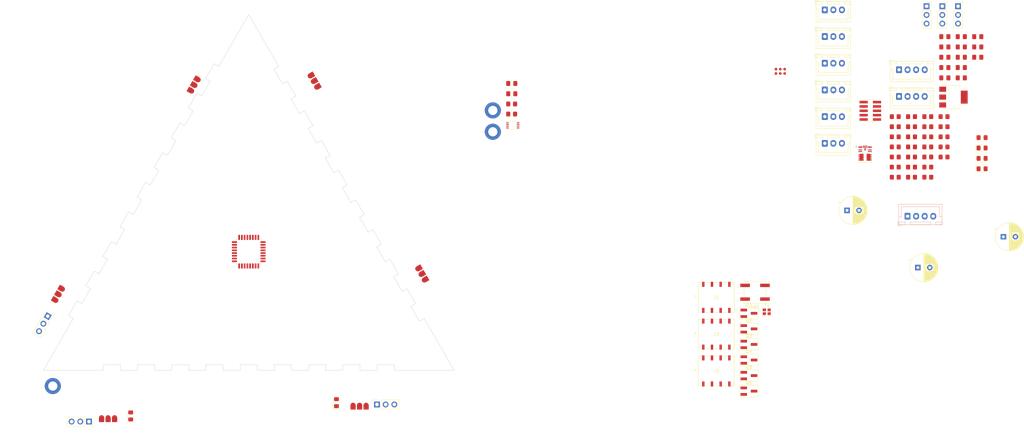
<source format=kicad_pcb>
(kicad_pcb (version 20221018) (generator pcbnew)
  (layers (0 "F.Cu" signal) (31 "B.Cu" signal) (34 "B.Paste" user) (35 "F.Paste" user) (36 "B.SilkS" user "B.Silkscreen") (37 "F.SilkS" user "F.Silkscreen") (38 "B.Mask" user) (39 "F.Mask" user) (44 "Edge.Cuts" user))
  (net 0 "")
  (net 1 "VDD")
  (net 2 "GND")
  (net 3 "+5V")
  (net 4 "Net-(U1-RT)")
  (net 5 "+3V3")
  (net 6 "/OSC_IN")
  (net 7 "/NRST")
  (net 8 "Net-(C16-Pad2)")
  (net 9 "Net-(D1-K)")
  (net 10 "Net-(D1-A)")
  (net 11 "Net-(D2-K)")
  (net 12 "Net-(D2-A)")
  (net 13 "Net-(D3-K)")
  (net 14 "Net-(D3-A)")
  (net 15 "Net-(D4-K)")
  (net 16 "Net-(D4-A)")
  (net 17 "Net-(D5-K)")
  (net 18 "Net-(D5-A)")
  (net 19 "Net-(D6-K)")
  (net 20 "Net-(D6-A)")
  (net 21 "/UART_1_TX")
  (net 22 "/UART_1_RX")
  (net 23 "/UART_2_TX")
  (net 24 "/UART_2_RX")
  (net 25 "/SWDIO")
  (net 26 "/SWDCLK")
  (net 30 "/UART_3_TX")
  (net 31 "/UART_3_RX")
  (net 32 "Net-(J14-Pin_2)")
  (net 33 "Net-(J10-Pin_2)")
  (net 34 "Net-(J11-Pin_2)")
  (net 35 "Net-(J13-Pin_2)")
  (net 37 "Net-(U1-FB)")
  (net 38 "Net-(Q1-G)")
  (net 39 "Net-(Q2-G)")
  (net 40 "Net-(Q3-G)")
  (net 41 "Net-(Q4-G)")
  (net 42 "/OSC_OUT")
  (net 43 "Net-(U4-B1)")
  (net 44 "Net-(Q5-G)")
  (net 45 "Net-(Q6-G)")
  (net 46 "/LED_RET")
  (net 47 "Net-(Q7-G)")
  (net 48 "/LED_SIG")
  (net 50 "Net-(U1-SW-Pad5)")
  (net 69 "Net-(U4-B2)")
  (footprint "Connector_JST:JST_XH_B3B-XH-A_1x03_P2.50mm_Vertical" (layer "F.Cu") (at 243.31 14.7)
    (fp_text reference "J14" hide)
    (fp_text value "Conn_01x03_Female")
    (pad "1" thru_hole roundrect (at 0 0) (size 1.7 1.95) (drill 0.95) (layers "*.Cu" "*.Mask") (roundrect_rratio 0.147059) (net 3 "+5V"))
    (pad "2" thru_hole oval (at 2.5 0) (size 1.7 1.95) (drill 0.95) (layers "*.Cu" "*.Mask") (net 32 "Net-(J14-Pin_2)"))
    (pad "3" thru_hole oval (at 5 0) (size 1.7 1.95) (drill 0.95) (layers "*.Cu" "*.Mask") (net 2 "GND"))
  )
  (footprint "Connector:QFN_4-M0G" (layer "F.Cu") (at 211.6151 98.707)
    (fp_text reference "J1" (at 0 0 unlocked) (layer "F.SilkS"))
    (fp_text value "Conn_Ext_0")
    (fp_text user "*" (at -6.0404 0 unlocked) (layer "F.SilkS"))
    (fp_text user "*" (at -6.0404 0) (layer "F.SilkS"))
    (pad "1" smd rect (at -3.81 -3.8076) (size 0.712 1.468399) (layers "F.Cu" "F.Paste" "F.Mask") (net 1 "VDD"))
    (pad "2" smd rect (at -1.27 -3.8076) (size 0.712 1.468399) (layers "F.Cu" "F.Paste" "F.Mask") (net 21 "/UART_1_TX"))
    (pad "3" smd rect (at 1.27 -3.8076) (size 0.712 1.468399) (layers "F.Cu" "F.Paste" "F.Mask") (net 22 "/UART_1_RX"))
    (pad "4" smd rect (at 3.81 -3.8076) (size 0.712 1.468399) (layers "F.Cu" "F.Paste" "F.Mask") (net 2 "GND"))
    (pad "5" smd rect (at 3.81 3.8076) (size 0.712 1.468399) (layers "F.Cu" "F.Paste" "F.Mask"))
    (pad "6" smd rect (at 1.27 3.8076) (size 0.712 1.468399) (layers "F.Cu" "F.Paste" "F.Mask"))
    (pad "7" smd rect (at -1.27 3.8076) (size 0.712 1.468399) (layers "F.Cu" "F.Paste" "F.Mask"))
    (pad "8" smd rect (at -3.81 3.8076) (size 0.712 1.468399) (layers "F.Cu" "F.Paste" "F.Mask"))
  )
  (footprint "Resistor_SMD:R_0805_2012Metric_Pad1.20x1.40mm_HandSolder" (layer "F.Cu") (at 263.9 45.9)
    (fp_text reference "R1" hide)
    (fp_text value "R")
    (pad "1" smd roundrect (at -1 0) (size 1.2 1.4) (layers "F.Cu" "F.Paste" "F.Mask") (roundrect_rratio 0.208333) (net 3 "+5V"))
    (pad "2" smd roundrect (at 1 0) (size 1.2 1.4) (layers "F.Cu" "F.Paste" "F.Mask") (roundrect_rratio 0.208333) (net 10 "Net-(D1-A)"))
  )
  (footprint "Resistor_SMD:R_0805_2012Metric_Pad1.20x1.40mm_HandSolder" (layer "F.Cu") (at 268.65 63.6)
    (fp_text reference "R14" hide)
    (fp_text value "10k")
    (pad "1" smd roundrect (at -1 0) (size 1.2 1.4) (layers "F.Cu" "F.Paste" "F.Mask") (roundrect_rratio 0.208333) (net 41 "Net-(Q4-G)"))
    (pad "2" smd roundrect (at 1 0) (size 1.2 1.4) (layers "F.Cu" "F.Paste" "F.Mask") (roundrect_rratio 0.208333) (net 2 "GND"))
  )
  (footprint "Resistor_SMD:R_0805_2012Metric_Pad1.20x1.40mm_HandSolder" (layer "F.Cu") (at 268.65 45.9)
    (fp_text reference "R8" hide)
    (fp_text value "10k")
    (pad "1" smd roundrect (at -1 0) (size 1.2 1.4) (layers "F.Cu" "F.Paste" "F.Mask") (roundrect_rratio 0.208333) (net 39 "Net-(Q2-G)"))
    (pad "2" smd roundrect (at 1 0) (size 1.2 1.4) (layers "F.Cu" "F.Paste" "F.Mask") (roundrect_rratio 0.208333) (net 2 "GND"))
  )
  (footprint "Capacitor_SMD:C_0805_2012Metric_Pad1.18x1.45mm_HandSolder" (layer "F.Cu") (at 278.38 31.56)
    (fp_text reference "C5" hide)
    (fp_text value "22uF")
    (pad "1" smd roundrect (at -1.0375 0) (size 1.175 1.45) (layers "F.Cu" "F.Paste" "F.Mask") (roundrect_rratio 0.212766) (net 3 "+5V"))
    (pad "2" smd roundrect (at 1.0375 0) (size 1.175 1.45) (layers "F.Cu" "F.Paste" "F.Mask") (roundrect_rratio 0.212766) (net 2 "GND"))
  )
  (footprint "Resistor_SMD:R_0805_2012Metric_Pad1.20x1.40mm_HandSolder" (layer "F.Cu") (at 268.65 51.8)
    (fp_text reference "R10" hide)
    (fp_text value "R")
    (pad "1" smd roundrect (at -1 0) (size 1.2 1.4) (layers "F.Cu" "F.Paste" "F.Mask") (roundrect_rratio 0.208333) (net 3 "+5V"))
    (pad "2" smd roundrect (at 1 0) (size 1.2 1.4) (layers "F.Cu" "F.Paste" "F.Mask") (roundrect_rratio 0.208333) (net 16 "Net-(D4-A)"))
  )
  (footprint "Connector_PinSocket_2.54mm:PinSocket_1x03_P2.54mm_Vertical" (layer "F.Cu") (at 112.46 130 90)
    (fp_text reference "J9" hide)
    (fp_text value "Conn_01x03_Female")
    (pad "1" thru_hole rect (at 0 0 90) (size 1.7 1.7) (drill 1) (layers "*.Cu" "*.Mask") (net 3 "+5V"))
    (pad "2" thru_hole oval (at 0 2.54 90) (size 1.7 1.7) (drill 1) (layers "*.Cu" "*.Mask") (net 33 "Net-(J10-Pin_2)"))
    (pad "3" thru_hole oval (at 0 5.08 90) (size 1.7 1.7) (drill 1) (layers "*.Cu" "*.Mask") (net 2 "GND"))
  )
  (footprint "Resistor_SMD:R_0805_2012Metric_Pad1.20x1.40mm_HandSolder" (layer "F.Cu") (at 268.65 60.65)
    (fp_text reference "R13" hide)
    (fp_text value "10k")
    (pad "1" smd roundrect (at -1 0) (size 1.2 1.4) (layers "F.Cu" "F.Paste" "F.Mask") (roundrect_rratio 0.208333) (net 40 "Net-(Q3-G)"))
    (pad "2" smd roundrect (at 1 0) (size 1.2 1.4) (layers "F.Cu" "F.Paste" "F.Mask") (roundrect_rratio 0.208333) (net 2 "GND"))
  )
  (footprint "PCM_Package_TO_SOT_SMD_AKL:SOT-23_Handsoldering" (layer "F.Cu") (at 221.14 117.01)
    (fp_text reference "Q4" (at 0 -2.5) (layer "F.SilkS"))
    (fp_text value "NMOS")
    (pad "1" smd rect (at -1.5 -0.95) (size 1.9 0.8) (layers "F.Cu" "F.Paste" "F.Mask") (net 15 "Net-(D4-K)"))
    (pad "2" smd rect (at -1.5 0.95) (size 1.9 0.8) (layers "F.Cu" "F.Paste" "F.Mask") (net 41 "Net-(Q4-G)"))
    (pad "3" smd rect (at 1.5 0) (size 1.9 0.8) (layers "F.Cu" "F.Paste" "F.Mask") (net 2 "GND"))
  )
  (footprint "LED_SMD:LED_0805_2012Metric_Pad1.15x1.40mm_HandSolder" (layer "F.Cu") (at 289.265 52.025)
    (fp_text reference "D3" hide)
    (fp_text value "LED")
    (pad "1" smd roundrect (at -1.025 0) (size 1.15 1.4) (layers "F.Cu" "F.Paste" "F.Mask") (roundrect_rratio 0.217391) (net 13 "Net-(D3-K)"))
    (pad "2" smd roundrect (at 1.025 0) (size 1.15 1.4) (layers "F.Cu" "F.Paste" "F.Mask") (roundrect_rratio 0.217391) (net 14 "Net-(D3-A)"))
  )
  (footprint "Capacitor_SMD:C_0805_2012Metric_Pad1.18x1.45mm_HandSolder" (layer "F.Cu") (at 283.19 22.53)
    (fp_text reference "C7" hide)
    (fp_text value "1uF")
    (pad "1" smd roundrect (at -1.0375 0) (size 1.175 1.45) (layers "F.Cu" "F.Paste" "F.Mask") (roundrect_rratio 0.212766) (net 4 "Net-(U1-RT)"))
    (pad "2" smd roundrect (at 1.0375 0) (size 1.175 1.45) (layers "F.Cu" "F.Paste" "F.Mask") (roundrect_rratio 0.212766) (net 2 "GND"))
  )
  (footprint "Resistor_SMD:R_0805_2012Metric_Pad1.20x1.40mm_HandSolder" (layer "F.Cu") (at 263.9 60.65)
    (fp_text reference "R6" hide)
    (fp_text value "10k")
    (pad "1" smd roundrect (at -1 0) (size 1.2 1.4) (layers "F.Cu" "F.Paste" "F.Mask") (roundrect_rratio 0.208333) (net 37 "Net-(U1-FB)"))
    (pad "2" smd roundrect (at 1 0) (size 1.2 1.4) (layers "F.Cu" "F.Paste" "F.Mask") (roundrect_rratio 0.208333) (net 2 "GND"))
  )
  (footprint "Capacitor_SMD:C_0805_2012Metric_Pad1.18x1.45mm_HandSolder" (layer "F.Cu") (at 278.38 28.55)
    (fp_text reference "C4" hide)
    (fp_text value "22uF")
    (pad "1" smd roundrect (at -1.0375 0) (size 1.175 1.45) (layers "F.Cu" "F.Paste" "F.Mask") (roundrect_rratio 0.212766) (net 3 "+5V"))
    (pad "2" smd roundrect (at 1.0375 0) (size 1.175 1.45) (layers "F.Cu" "F.Paste" "F.Mask") (roundrect_rratio 0.212766) (net 2 "GND"))
  )
  (footprint "Capacitor_SMD:C_0805_2012Metric_Pad1.18x1.45mm_HandSolder" (layer "F.Cu") (at 288 28.55)
    (fp_text reference "C16" hide)
    (fp_text value "DNP")
    (pad "1" smd roundrect (at -1.0375 0) (size 1.175 1.45) (layers "F.Cu" "F.Paste" "F.Mask") (roundrect_rratio 0.212766) (net 2 "GND"))
    (pad "2" smd roundrect (at 1.0375 0) (size 1.175 1.45) (layers "F.Cu" "F.Paste" "F.Mask") (roundrect_rratio 0.212766) (net 8 "Net-(C16-Pad2)"))
  )
  (footprint "Resistor_SMD:R_0805_2012Metric_Pad1.20x1.40mm_HandSolder" (layer "F.Cu") (at 273.4 57.7)
    (fp_text reference "R19" hide)
    (fp_text value "0")
    (pad "1" smd roundrect (at -1 0) (size 1.2 1.4) (layers "F.Cu" "F.Paste" "F.Mask") (roundrect_rratio 0.208333) (net 44 "Net-(Q5-G)"))
    (pad "2" smd roundrect (at 1 0) (size 1.2 1.4) (layers "F.Cu" "F.Paste" "F.Mask") (roundrect_rratio 0.208333) (net 30 "/UART_3_TX"))
  )
  (footprint "Connector_Wire:SolderWirePad_1x03_Corner_SMD" (layer "F.Cu") (at 126.447965 91.357948 -60)
    (fp_text reference "J22" hide)
    (fp_text value "Conn_01x03_Female" hide)
    (pad "1" smd rect (at -1.9 0.575 30) (size 1.143 1.524) (layers "F.Cu" "F.Paste" "F.Mask") (net 3 "+5V"))
    (pad "1" smd oval (at -1.9 1.0162 30) (size 2 1.524) (layers "F.Cu" "F.Paste" "F.Mask") (net 3 "+5V"))
    (pad "2" smd rect (at 0 0.575 30) (size 1.143 1.524) (layers "F.Cu" "F.Paste" "F.Mask") (net 33 "Net-(J10-Pin_2)"))
    (pad "2" smd oval (at 0 1.0162 30) (size 2 1.524) (layers "F.Cu" "F.Paste" "F.Mask") (net 33 "Net-(J10-Pin_2)"))
    (pad "3" smd rect (at 1.9 0.575 30) (size 1.143 1.524) (layers "F.Cu" "F.Paste" "F.Mask") (net 2 "GND"))
    (pad "3" smd oval (at 1.9 1.0162 30) (size 2 1.524) (layers "F.Cu" "F.Paste" "F.Mask") (net 2 "GND"))
  )
  (footprint "Capacitor_SMD:C_0805_2012Metric_Pad1.18x1.45mm_HandSolder" (layer "F.Cu") (at 283.19 31.56)
    (fp_text reference "C12" hide)
    (fp_text value "DNP")
    (pad "1" smd roundrect (at -1.0375 0) (size 1.175 1.45) (layers "F.Cu" "F.Paste" "F.Mask") (roundrect_rratio 0.212766) (net 2 "GND"))
    (pad "2" smd roundrect (at 1.0375 0) (size 1.175 1.45) (layers "F.Cu" "F.Paste" "F.Mask") (roundrect_rratio 0.212766) (net 6 "/OSC_IN"))
  )
  (footprint "Resistor_SMD:R_0805_2012Metric_Pad1.20x1.40mm_HandSolder" (layer "F.Cu") (at 268.65 57.7)
    (fp_text reference "R12" hide)
    (fp_text value "0")
    (pad "1" smd roundrect (at -1 0) (size 1.2 1.4) (layers "F.Cu" "F.Paste" "F.Mask") (roundrect_rratio 0.208333) (net 41 "Net-(Q4-G)"))
    (pad "2" smd roundrect (at 1 0) (size 1.2 1.4) (layers "F.Cu" "F.Paste" "F.Mask") (roundrect_rratio 0.208333) (net 24 "/UART_2_RX"))
  )
  (footprint "Connector_JST:JST_XH_B4B-XH-A_1x04_P2.50mm_Vertical" (layer "F.Cu") (at 265 32.2)
    (fp_text reference "J4" hide)
    (fp_text value "Conn_Alt_4")
    (pad "1" thru_hole roundrect (at 0 0) (size 1.7 1.95) (drill 0.95) (layers "*.Cu" "*.Mask") (roundrect_rratio 0.147059) (net 1 "VDD"))
    (pad "2" thru_hole oval (at 2.5 0) (size 1.7 1.95) (drill 0.95) (layers "*.Cu" "*.Mask") (net 23 "/UART_2_TX"))
    (pad "3" thru_hole oval (at 5 0) (size 1.7 1.95) (drill 0.95) (layers "*.Cu" "*.Mask") (net 24 "/UART_2_RX"))
    (pad "4" thru_hole oval (at 7.5 0) (size 1.7 1.95) (drill 0.95) (layers "*.Cu" "*.Mask") (net 2 "GND"))
  )
  (footprint "Capacitor_THT:CP_Radial_D8.0mm_P3.50mm" (layer "F.Cu") (at 249.81 73.3)
    (fp_text reference "C8" hide)
    (fp_text value "100uF")
    (pad "1" thru_hole rect (at 0 0) (size 1.6 1.6) (drill 0.8) (layers "*.Cu" "*.Mask") (net 1 "VDD"))
    (pad "2" thru_hole circle (at 3.5 0) (size 1.6 1.6) (drill 0.8) (layers "*.Cu" "*.Mask") (net 2 "GND"))
  )
  (footprint "LED_SMD:LED_0805_2012Metric_Pad1.15x1.40mm_HandSolder" (layer "F.Cu") (at 289.265 58.105)
    (fp_text reference "D5" hide)
    (fp_text value "LED")
    (pad "1" smd roundrect (at -1.025 0) (size 1.15 1.4) (layers "F.Cu" "F.Paste" "F.Mask") (roundrect_rratio 0.217391) (net 17 "Net-(D5-K)"))
    (pad "2" smd roundrect (at 1.025 0) (size 1.15 1.4) (layers "F.Cu" "F.Paste" "F.Mask") (roundrect_rratio 0.217391) (net 18 "Net-(D5-A)"))
  )
  (footprint "PCM_Package_TO_SOT_SMD_AKL:SOT-23_Handsoldering" (layer "F.Cu") (at 221.14 107.91)
    (fp_text reference "Q2" (at 0 -2.5) (layer "F.SilkS"))
    (fp_text value "NMOS")
    (pad "1" smd rect (at -1.5 -0.95) (size 1.9 0.8) (layers "F.Cu" "F.Paste" "F.Mask") (net 11 "Net-(D2-K)"))
    (pad "2" smd rect (at -1.5 0.95) (size 1.9 0.8) (layers "F.Cu" "F.Paste" "F.Mask") (net 39 "Net-(Q2-G)"))
    (pad "3" smd rect (at 1.5 0) (size 1.9 0.8) (layers "F.Cu" "F.Paste" "F.Mask") (net 2 "GND"))
  )
  (footprint "Connector_JST:JST_XH_B3B-XH-A_1x03_P2.50mm_Vertical" (layer "F.Cu") (at 243.31 30.3)
    (fp_text reference "J16" hide)
    (fp_text value "Conn_01x03_Female")
    (pad "1" thru_hole roundrect (at 0 0) (size 1.7 1.95) (drill 0.95) (layers "*.Cu" "*.Mask") (roundrect_rratio 0.147059) (net 3 "+5V"))
    (pad "2" thru_hole oval (at 2.5 0) (size 1.7 1.95) (drill 0.95) (layers "*.Cu" "*.Mask") (net 33 "Net-(J10-Pin_2)"))
    (pad "3" thru_hole oval (at 5 0) (size 1.7 1.95) (drill 0.95) (layers "*.Cu" "*.Mask") (net 2 "GND"))
  )
  (footprint "Button_Switch_SMD:SW_Push_1P1T_NO_CK_KSC7xxJ" (layer "F.Cu") (at 222.9245 97.21)
    (fp_text reference "SW1" (at 0 4.24) (layer "F.SilkS"))
    (fp_text value "SW_Push")
    (pad "1" smd rect (at -2.9 -2) (size 2.8 1) (layers "F.Cu" "F.Paste" "F.Mask") (net 2 "GND"))
    (pad "1" smd rect (at 2.9 -2) (size 2.8 1) (layers "F.Cu" "F.Paste" "F.Mask") (net 2 "GND"))
    (pad "2" smd rect (at -2.9 2) (size 2.8 1) (layers "F.Cu" "F.Paste" "F.Mask") (net 7 "/NRST"))
    (pad "2" smd rect (at 2.9 2) (size 2.8 1) (layers "F.Cu" "F.Paste" "F.Mask") (net 7 "/NRST"))
  )
  (footprint "Package_SO:VSSOP-8_2.4x2.1mm_P0.5mm" (layer "F.Cu") (at 152.15 48.45)
    (fp_text reference "U4" hide)
    (fp_text value "TXB0102DCU")
    (pad "1" smd rect (at -1.55 -0.75) (size 0.75 0.25) (layers "F.Cu" "F.Paste" "F.Mask") (net 69 "Net-(U4-B2)"))
    (pad "2" smd rect (at -1.55 -0.25) (size 0.75 0.25) (layers "F.Cu" "F.Paste" "F.Mask") (net 2 "GND"))
    (pad "3" smd rect (at -1.55 0.25) (size 0.75 0.25) (layers "F.Cu" "F.Paste" "F.Mask") (net 5 "+3V3"))
    (pad "4" smd rect (at -1.55 0.75) (size 0.75 0.25) (layers "F.Cu" "F.Paste" "F.Mask") (net 46 "/LED_RET"))
    (pad "5" smd rect (at 1.55 0.75) (size 0.75 0.25) (layers "F.Cu" "F.Paste" "F.Mask") (net 48 "/LED_SIG"))
    (pad "6" smd rect (at 1.55 0.25) (size 0.75 0.25) (layers "F.Cu" "F.Paste" "F.Mask") (net 5 "+3V3"))
    (pad "7" smd rect (at 1.55 -0.25) (size 0.75 0.25) (layers "F.Cu" "F.Paste" "F.Mask") (net 3 "+5V"))
    (pad "8" smd rect (at 1.55 -0.75) (size 0.75 0.25) (layers "F.Cu" "F.Paste" "F.Mask") (net 43 "Net-(U4-B1)"))
  )
  (footprint "Connector_JST:JST_XH_B4B-XH-A_1x04_P2.50mm_Vertical" (layer "F.Cu") (at 265 40)
    (fp_text reference "J7" hide)
    (fp_text value "Conn_Alt_8")
    (pad "1" thru_hole roundrect (at 0 0) (size 1.7 1.95) (drill 0.95) (layers "*.Cu" "*.Mask") (roundrect_rratio 0.147059) (net 1 "VDD"))
    (pad "2" thru_hole oval (at 2.5 0) (size 1.7 1.95) (drill 0.95) (layers "*.Cu" "*.Mask") (net 30 "/UART_3_TX"))
    (pad "3" thru_hole oval (at 5 0) (size 1.7 1.95) (drill 0.95) (layers "*.Cu" "*.Mask") (net 31 "/UART_3_RX"))
    (pad "4" thru_hole oval (at 7.5 0) (size 1.7 1.95) (drill 0.95) (layers "*.Cu" "*.Mask") (net 2 "GND"))
  )
  (footprint "Resistor_SMD:R_0805_2012Metric_Pad1.20x1.40mm_HandSolder" (layer "F.Cu") (at 273.4 48.85)
    (fp_text reference "R16" hide)
    (fp_text value "R")
    (pad "1" smd roundrect (at -1 0) (size 1.2 1.4) (layers "F.Cu" "F.Paste" "F.Mask") (roundrect_rratio 0.208333) (net 3 "+5V"))
    (pad "2" smd roundrect (at 1 0) (size 1.2 1.4) (layers "F.Cu" "F.Paste" "F.Mask") (roundrect_rratio 0.208333) (net 18 "Net-(D5-A)"))
  )
  (footprint "Capacitor_SMD:C_0805_2012Metric_Pad1.18x1.45mm_HandSolder" (layer "F.Cu") (at 278.38 34.57)
    (fp_text reference "C6" hide)
    (fp_text value "22uF")
    (pad "1" smd roundrect (at -1.0375 0) (size 1.175 1.45) (layers "F.Cu" "F.Paste" "F.Mask") (roundrect_rratio 0.212766) (net 3 "+5V"))
    (pad "2" smd roundrect (at 1.0375 0) (size 1.175 1.45) (layers "F.Cu" "F.Paste" "F.Mask") (roundrect_rratio 0.212766) (net 2 "GND"))
  )
  (footprint "Connector_PinSocket_2.54mm:PinSocket_1x03_P2.54mm_Vertical" (layer "F.Cu") (at 273.05 13.65)
    (fp_text reference "J10" hide)
    (fp_text value "Conn_01x03_Female")
    (pad "1" thru_hole rect (at 0 0) (size 1.7 1.7) (drill 1) (layers "*.Cu" "*.Mask") (net 3 "+5V"))
    (pad "2" thru_hole oval (at 0 2.54) (size 1.7 1.7) (drill 1) (layers "*.Cu" "*.Mask") (net 33 "Net-(J10-Pin_2)"))
    (pad "3" thru_hole oval (at 0 5.08) (size 1.7 1.7) (drill 1) (layers "*.Cu" "*.Mask") (net 2 "GND"))
  )
  (footprint "Resistor_SMD:R_0805_2012Metric_Pad1.20x1.40mm_HandSolder" (layer "F.Cu") (at 278.15 48.85)
    (fp_text reference "R23" hide)
    (fp_text value "10k")
    (pad "1" smd roundrect (at -1 0) (size 1.2 1.4) (layers "F.Cu" "F.Paste" "F.Mask") (roundrect_rratio 0.208333) (net 44 "Net-(Q5-G)"))
    (pad "2" smd roundrect (at 1 0) (size 1.2 1.4) (layers "F.Cu" "F.Paste" "F.Mask") (roundrect_rratio 0.208333) (net 2 "GND"))
  )
  (footprint "Capacitor_SMD:C_0805_2012Metric_Pad1.18x1.45mm_HandSolder" (layer "F.Cu") (at 151.85 39.22)
    (fp_text reference "C18" hide)
    (fp_text value "0.1uF")
    (pad "1" smd roundrect (at -1.0375 0) (size 1.175 1.45) (layers "F.Cu" "F.Paste" "F.Mask") (roundrect_rratio 0.212766) (net 5 "+3V3"))
    (pad "2" smd roundrect (at 1.0375 0) (size 1.175 1.45) (layers "F.Cu" "F.Paste" "F.Mask") (roundrect_rratio 0.212766) (net 2 "GND"))
  )
  (footprint "Capacitor_THT:CP_Radial_D8.0mm_P3.50mm" (layer "F.Cu") (at 295.5 81)
    (fp_text reference "C11" hide)
    (fp_text value "100uF")
    (pad "1" thru_hole rect (at 0 0) (size 1.6 1.6) (drill 0.8) (layers "*.Cu" "*.Mask") (net 1 "VDD"))
    (pad "2" thru_hole circle (at 3.5 0) (size 1.6 1.6) (drill 0.8) (layers "*.Cu" "*.Mask") (net 2 "GND"))
  )
  (footprint "Capacitor_SMD:C_0805_2012Metric_Pad1.18x1.45mm_HandSolder" (layer "F.Cu") (at 278.38 25.54)
    (fp_text reference "C3" hide)
    (fp_text value "100nF")
    (pad "1" smd roundrect (at -1.0375 0) (size 1.175 1.45) (layers "F.Cu" "F.Paste" "F.Mask") (roundrect_rratio 0.212766) (net 1 "VDD"))
    (pad "2" smd roundrect (at 1.0375 0) (size 1.175 1.45) (layers "F.Cu" "F.Paste" "F.Mask") (roundrect_rratio 0.212766) (net 2 "GND"))
  )
  (footprint "Connector:Tag-Connect_TC2030-IDC-NL_2x03_P1.27mm_Vertical" (layer "F.Cu") (at 230.31 32.665)
    (fp_text reference "J27" hide)
    (fp_text value "SWD_TAG_Connector")
    (pad "" np_thru_hole circle (at -2.54 0) (size 0.9906 0.9906) (drill 0.9906) (layers "*.Cu" "*.Mask"))
    (pad "" np_thru_hole circle (at 2.54 -1.016) (size 0.9906 0.9906) (drill 0.9906) (layers "*.Cu" "*.Mask"))
    (pad "" np_thru_hole circle (at 2.54 1.016) (size 0.9906 0.9906) (drill 0.9906) (layers "*.Cu" "*.Mask"))
    (pad "1" connect circle (at -1.27 0.635) (size 0.7874 0.7874) (layers "F.Cu" "F.Mask") (net 5 "+3V3"))
    (pad "2" connect circle (at -1.27 -0.635) (size 0.7874 0.7874) (layers "F.Cu" "F.Mask") (net 25 "/SWDIO"))
    (pad "3" connect circle (at 0 0.635) (size 0.7874 0.7874) (layers "F.Cu" "F.Mask") (net 7 "/NRST"))
    (pad "4" connect circle (at 0 -0.635) (size 0.7874 0.7874) (layers "F.Cu" "F.Mask") (net 26 "/SWDCLK"))
    (pad "5" connect circle (at 1.27 0.635) (size 0.7874 0.7874) (layers "F.Cu" "F.Mask") (net 2 "GND"))
    (pad "6" connect circle (at 1.27 -0.635) (size 0.7874 0.7874) (layers "F.Cu" "F.Mask"))
  )
  (footprint "Connector_Wire:SolderWirePad_1x03_Corner_SMD" (layer "F.Cu") (at 95 35 -60)
    (fp_text reference "J23" hide)
    (fp_text value "Conn_01x03_Female" hide)
    (pad "1" smd rect (at -1.9 0.575 30) (size 1.143 1.524) (layers "F.Cu" "F.Paste" "F.Mask") (net 3 "+5V"))
    (pad "1" smd oval (at -1.9 1.0162 30) (size 2 1.524) (layers "F.Cu" "F.Paste" "F.Mask") (net 3 "+5V"))
    (pad "2" smd rect (at 0 0.575 30) (size 1.143 1.524) (layers "F.Cu" "F.Paste" "F.Mask") (net 34 "Net-(J11-Pin_2)"))
    (pad "2" smd oval (at 0 1.0162 30) (size 2 1.524) (layers "F.Cu" "F.Paste" "F.Mask") (net 34 "Net-(J11-Pin_2)"))
    (pad "3" smd rect (at 1.9 0.575 30) (size 1.143 1.524) (layers "F.Cu" "F.Paste" "F.Mask") (net 2 "GND"))
    (pad "3" smd oval (at 1.9 1.0162 30) (size 2 1.524) (layers "F.Cu" "F.Paste" "F.Mask") (net 2 "GND"))
  )
  (footprint "Resistor_SMD:R_0805_2012Metric_Pad1.20x1.40mm_HandSolder" (layer "F.Cu") (at 268.65 48.85)
    (fp_text reference "R9" hide)
    (fp_text value "R")
    (pad "1" smd roundrect (at -1 0) (size 1.2 1.4) (layers "F.Cu" "F.Paste" "F.Mask") (roundrect_rratio 0.208333) (net 3 "+5V"))
    (pad "2" smd roundrect (at 1 0) (size 1.2 1.4) (layers "F.Cu" "F.Paste" "F.Mask") (roundrect_rratio 0.208333) (net 14 "Net-(D3-A)"))
  )
  (footprint "Capacitor_SMD:C_0805_2012Metric_Pad1.18x1.45mm_HandSolder" (layer "F.Cu") (at 283.19 25.54)
    (fp_text reference "C9" hide)
    (fp_text value "4.7uF")
    (pad "1" smd roundrect (at -1.0375 0) (size 1.175 1.45) (layers "F.Cu" "F.Paste" "F.Mask") (roundrect_rratio 0.212766) (net 3 "+5V"))
    (pad "2" smd roundrect (at 1.0375 0) (size 1.175 1.45) (layers "F.Cu" "F.Paste" "F.Mask") (roundrect_rratio 0.212766) (net 2 "GND"))
  )
  (footprint "Package_QFP:LQFP-32_7x7mm_P0.8mm" (layer "F.Cu") (at 75 85.359)
    (fp_text reference "U2" hide)
    (fp_text value "STM32G070KBT6")
    (pad "1" smd roundrect (at -4.175 -2.8) (size 1.5 0.5) (layers "F.Cu" "F.Paste" "F.Mask") (net 24 "/UART_2_RX"))
    (pad "2" smd roundrect (at -4.175 -2) (size 1.5 0.5) (layers "F.Cu" "F.Paste" "F.Mask") (net 6 "/OSC_IN"))
    (pad "3" smd roundrect (at -4.175 -1.2) (size 1.5 0.5) (layers "F.Cu" "F.Paste" "F.Mask") (net 42 "/OSC_OUT"))
    (pad "4" smd roundrect (at -4.175 -0.4) (size 1.5 0.5) (layers "F.Cu" "F.Paste" "F.Mask") (net 5 "+3V3"))
    (pad "5" smd roundrect (at -4.175 0.4) (size 1.5 0.5) (layers "F.Cu" "F.Paste" "F.Mask") (net 2 "GND"))
    (pad "6" smd roundrect (at -4.175 1.2) (size 1.5 0.5) (layers "F.Cu" "F.Paste" "F.Mask") (net 7 "/NRST"))
    (pad "7" smd roundrect (at -4.175 2) (size 1.5 0.5) (layers "F.Cu" "F.Paste" "F.Mask") (net 30 "/UART_3_TX"))
    (pad "8" smd roundrect (at -4.175 2.8) (size 1.5 0.5) (layers "F.Cu" "F.Paste" "F.Mask") (net 31 "/UART_3_RX"))
    (pad "9" smd roundrect (at -2.8 4.175) (size 0.5 1.5) (layers "F.Cu" "F.Paste" "F.Mask"))
    (pad "10" smd roundrect (at -2 4.175) (size 0.5 1.5) (layers "F.Cu" "F.Paste" "F.Mask"))
    (pad "11" smd roundrect (at -1.2 4.175) (size 0.5 1.5) (layers "F.Cu" "F.Paste" "F.Mask"))
    (pad "12" smd roundrect (at -0.4 4.175) (size 0.5 1.5) (layers "F.Cu" "F.Paste" "F.Mask") (net 23 "/UART_2_TX"))
    (pad "13" smd roundrect (at 0.4 4.175) (size 0.5 1.5) (layers "F.Cu" "F.Paste" "F.Mask"))
    (pad "14" smd roundrect (at 1.2 4.175) (size 0.5 1.5) (layers "F.Cu" "F.Paste" "F.Mask"))
    (pad "15" smd roundrect (at 2 4.175) (size 0.5 1.5) (layers "F.Cu" "F.Paste" "F.Mask"))
    (pad "16" smd roundrect (at 2.8 4.175) (size 0.5 1.5) (layers "F.Cu" "F.Paste" "F.Mask"))
    (pad "17" smd roundrect (at 4.175 2.8) (size 1.5 0.5) (layers "F.Cu" "F.Paste" "F.Mask") (net 46 "/LED_RET"))
    (pad "18" smd roundrect (at 4.175 2) (size 1.5 0.5) (layers "F.Cu" "F.Paste" "F.Mask") (net 48 "/LED_SIG"))
    (pad "19" smd roundrect (at 4.175 1.2) (size 1.5 0.5) (layers "F.Cu" "F.Paste" "F.Mask") (net 21 "/UART_1_TX"))
    (pad "20" smd roundrect (at 4.175 0.4) (size 1.5 0.5) (layers "F.Cu" "F.Paste" "F.Mask"))
    (pad "21" smd roundrect (at 4.175 -0.4) (size 1.5 0.5) (layers "F.Cu" "F.Paste" "F.Mask") (net 22 "/UART_1_RX"))
    (pad "22" smd roundrect (at 4.175 -1.2) (size 1.5 0.5) (layers "F.Cu" "F.Paste" "F.Mask"))
    (pad "23" smd roundrect (at 4.175 -2) (size 1.5 0.5) (layers "F.Cu" "F.Paste" "F.Mask"))
    (pad "24" smd roundrect (at 4.175 -2.8) (size 1.5 0.5) (layers "F.Cu" "F.Paste" "F.Mask") (net 25 "/SWDIO"))
    (pad "25" smd roundrect (at 2.8 -4.175) (size 0.5 1.5) (layers "F.Cu" "F.Paste" "F.Mask") (net 26 "/SWDCLK"))
    (pad "26" smd roundrect (at 2 -4.175) (size 0.5 1.5) (layers "F.Cu" "F.Paste" "F.Mask"))
    (pad "27" smd roundrect (at 1.2 -4.175) (size 0.5 1.5) (layers "F.Cu" "F.Paste" "F.Mask"))
    (pad "28" smd roundrect (at 0.4 -4.175) (size 0.5 1.5) (layers "F.Cu" "F.Paste" "F.Mask"))
    (pad "29" smd roundrect (at -0.4 -4.175) (size 0.5 1.5) (layers "F.Cu" "F.Paste" "F.Mask"))
    (pad "30" smd roundrect (at -1.2 -4.175) (size 0.5 1.5) (layers "F.Cu" "F.Paste" "F.Mask"))
    (pad "31" smd roundrect (at -2 -4.175) (size 0.5 1.5) (layers "F.Cu" "F.Paste" "F.Mask"))
    (pad "32" smd roundrect (at -2.8 -4.175) (size 0.5 1.5) (layers "F.Cu" "F.Paste" "F.Mask"))
  )
  (footprint "Resistor_SMD:R_0805_2012Metric_Pad1.20x1.40mm_HandSolder" (layer "F.Cu") (at 268.65 54.75)
    (fp_text reference "R11" hide)
    (fp_text value "0")
    (pad "1" smd roundrect (at -1 0) (size 1.2 1.4) (layers "F.Cu" "F.Paste" "F.Mask") (roundrect_rratio 0.208333) (net 40 "Net-(Q3-G)"))
    (pad "2" smd roundrect (at 1 0) (size 1.2 1.4) (layers "F.Cu" "F.Paste" "F.Mask") (roundrect_rratio 0.208333) (net 23 "/UART_2_TX"))
  )
  (footprint "MountingHole:MountingHole_2.7mm_M2.5_DIN965_Pad" (layer "F.Cu") (at 17.75 124.62)
    (fp_text reference "H1" hide)
    (fp_text value "M2")
    (pad "1" thru_hole circle (at 0 0) (size 4.7 4.7) (drill 2.7) (layers "*.Cu" "*.Mask") (net 2 "GND"))
  )
  (footprint "Capacitor_SMD:C_0805_2012Metric_Pad1.18x1.45mm_HandSolder" (layer "F.Cu") (at 288 22.53)
    (fp_text reference "C14" hide)
    (fp_text value "47uF")
    (pad "1" smd roundrect (at -1.0375 0) (size 1.175 1.45) (layers "F.Cu" "F.Paste" "F.Mask") (roundrect_rratio 0.212766) (net 5 "+3V3"))
    (pad "2" smd roundrect (at 1.0375 0) (size 1.175 1.45) (layers "F.Cu" "F.Paste" "F.Mask") (roundrect_rratio 0.212766) (net 2 "GND"))
  )
  (footprint "Crystal:Crystal_SMD_2016-4Pin_2.0x1.6mm" (layer "F.Cu") (at 226.3545 102.91)
    (fp_text reference "Y1" (at 0 -2) (layer "F.SilkS"))
    (fp_text value "Crystal_GND24")
    (pad "1" smd rect (at -0.7 0.55) (size 0.9 0.8) (layers "F.Cu" "F.Paste" "F.Mask") (net 8 "Net-(C16-Pad2)"))
    (pad "2" smd rect (at 0.7 0.55) (size 0.9 0.8) (layers "F.Cu" "F.Paste" "F.Mask") (net 2 "GND"))
    (pad "3" smd rect (at 0.7 -0.55) (size 0.9 0.8) (layers "F.Cu" "F.Paste" "F.Mask") (net 6 "/OSC_IN"))
    (pad "4" smd rect (at -0.7 -0.55) (size 0.9 0.8) (layers "F.Cu" "F.Paste" "F.Mask") (net 2 "GND"))
  )
  (footprint "Resistor_SMD:R_0805_2012Metric_Pad1.20x1.40mm_HandSolder" (layer "F.Cu") (at 273.4 45.9)
    (fp_text reference "R15" hide)
    (fp_text value "DNP")
    (pad "1" smd roundrect (at -1 0) (size 1.2 1.4) (layers "F.Cu" "F.Paste" "F.Mask") (roundrect_rratio 0.208333) (net 8 "Net-(C16-Pad2)"))
    (pad "2" smd roundrect (at 1 0) (size 1.2 1.4) (layers "F.Cu" "F.Paste" "F.Mask") (roundrect_rratio 0.208333) (net 42 "/OSC_OUT"))
  )
  (footprint "PCM_Package_TO_SOT_SMD_AKL:SOT-23_Handsoldering" (layer "F.Cu") (at 221.14 103.36)
    (fp_text reference "Q1" (at 0 -2.5) (layer "F.SilkS"))
    (fp_text value "NMOS")
    (pad "1" smd rect (at -1.5 -0.95) (size 1.9 0.8) (layers "F.Cu" "F.Paste" "F.Mask") (net 9 "Net-(D1-K)"))
    (pad "2" smd rect (at -1.5 0.95) (size 1.9 0.8) (layers "F.Cu" "F.Paste" "F.Mask") (net 38 "Net-(Q1-G)"))
    (pad "3" smd rect (at 1.5 0) (size 1.9 0.8) (layers "F.Cu" "F.Paste" "F.Mask") (net 2 "GND"))
  )
  (footprint "LED_SMD:LED_0805_2012Metric_Pad1.15x1.40mm_HandSolder" (layer "F.Cu") (at 289.265 55.065)
    (fp_text reference "D4" hide)
    (fp_text value "LED")
    (pad "1" smd roundrect (at -1.025 0) (size 1.15 1.4) (layers "F.Cu" "F.Paste" "F.Mask") (roundrect_rratio 0.217391) (net 15 "Net-(D4-K)"))
    (pad "2" smd roundrect (at 1.025 0) (size 1.15 1.4) (layers "F.Cu" "F.Paste" "F.Mask") (roundrect_rratio 0.217391) (net 16 "Net-(D4-A)"))
  )
  (footprint "Resistor_SMD:R_0805_2012Metric_Pad1.20x1.40mm_HandSolder" (layer "F.Cu") (at 273.4 51.8)
    (fp_text reference "R17" hide)
    (fp_text value "R")
    (pad "1" smd roundrect (at -1 0) (size 1.2 1.4) (layers "F.Cu" "F.Paste" "F.Mask") (roundrect_rratio 0.208333) (net 3 "+5V"))
    (pad "2" smd roundrect (at 1 0) (size 1.2 1.4) (layers "F.Cu" "F.Paste" "F.Mask") (roundrect_rratio 0.208333) (net 20 "Net-(D6-A)"))
  )
  (footprint "Capacitor_SMD:C_0805_2012Metric_Pad1.18x1.45mm_HandSolder" (layer "F.Cu") (at 278.38 22.53)
    (fp_text reference "C2" hide)
    (fp_text value "4.7uF")
    (pad "1" smd roundrect (at -1.0375 0) (size 1.175 1.45) (layers "F.Cu" "F.Paste" "F.Mask") (roundrect_rratio 0.212766) (net 1 "VDD"))
    (pad "2" smd roundrect (at 1.0375 0) (size 1.175 1.45) (layers "F.Cu" "F.Paste" "F.Mask") (roundrect_rratio 0.212766) (net 2 "GND"))
  )
  (footprint "Connector_PinSocket_2.54mm:PinSocket_1x03_P2.54mm_Vertical" (layer "F.Cu") (at 28.325 135 -90)
    (fp_text reference "J8" hide)
    (fp_text value "Conn_01x03_Female")
    (pad "1" thru_hole rect (at 0 0 270) (size 1.7 1.7) (drill 1) (layers "*.Cu" "*.Mask") (net 3 "+5V"))
    (pad "2" thru_hole oval (at 0 2.54 270) (size 1.7 1.7) (drill 1) (layers "*.Cu" "*.Mask") (net 32 "Net-(J14-Pin_2)"))
    (pad "3" thru_hole oval (at 0 5.08 270) (size 1.7 1.7) (drill 1) (layers "*.Cu" "*.Mask") (net 2 "GND"))
  )
  (footprint "Resistor_SMD:R_0805_2012Metric_Pad1.20x1.40mm_HandSolder" (layer "F.Cu") (at 151.82 45.15)
    (fp_text reference "R25" hide)
    (fp_text value "0")
    (pad "1" smd roundrect (at -1 0) (size 1.2 1.4) (layers "F.Cu" "F.Paste" "F.Mask") (roundrect_rratio 0.208333) (net 35 "Net-(J13-Pin_2)"))
    (pad "2" smd roundrect (at 1 0) (size 1.2 1.4) (layers "F.Cu" "F.Paste" "F.Mask") (roundrect_rratio 0.208333) (net 69 "Net-(U4-B2)"))
  )
  (footprint "Resistor_SMD:R_0805_2012Metric_Pad1.20x1.40mm_HandSolder" (layer "F.Cu") (at 263.9 51.8)
    (fp_text reference "R3" hide)
    (fp_text value "40.2k")
    (pad "1" smd roundrect (at -1 0) (size 1.2 1.4) (layers "F.Cu" "F.Paste" "F.Mask") (roundrect_rratio 0.208333) (net 3 "+5V"))
    (pad "2" smd roundrect (at 1 0) (size 1.2 1.4) (layers "F.Cu" "F.Paste" "F.Mask") (roundrect_rratio 0.208333) (net 37 "Net-(U1-FB)"))
  )
  (footprint "Connector_JST:JST_XH_B3B-XH-A_1x03_P2.50mm_Vertical" (layer "F.Cu") (at 243.31 38.1)
    (fp_text reference "J17" hide)
    (fp_text value "Conn_01x03_Female")
    (pad "1" thru_hole roundrect (at 0 0) (size 1.7 1.95) (drill 0.95) (layers "*.Cu" "*.Mask") (roundrect_rratio 0.147059) (net 3 "+5V"))
    (pad "2" thru_hole oval (at 2.5 0) (size 1.7 1.95) (drill 0.95) (layers "*.Cu" "*.Mask") (net 34 "Net-(J11-Pin_2)"))
    (pad "3" thru_hole oval (at 5 0) (size 1.7 1.95) (drill 0.95) (layers "*.Cu" "*.Mask") (net 2 "GND"))
  )
  (footprint "Resistor_SMD:R_0805_2012Metric_Pad1.20x1.40mm_HandSolder" (layer "F.Cu") (at 273.4 63.6)
    (fp_text reference "R21" hide)
    (fp_text value "10k")
    (pad "1" smd roundrect (at -1 0) (size 1.2 1.4) (layers "F.Cu" "F.Paste" "F.Mask") (roundrect_rratio 0.208333) (net 35 "Net-(J13-Pin_2)"))
    (pad "2" smd roundrect (at 1 0) (size 1.2 1.4) (layers "F.Cu" "F.Paste" "F.Mask") (roundrect_rratio 0.208333) (net 3 "+5V"))
  )
  (footprint "Capacitor_SMD:C_0805_2012Metric_Pad1.18x1.45mm_HandSolder" (layer "F.Cu") (at 283.19 34.57)
    (fp_text reference "C13" hide)
    (fp_text value "100nF")
    (pad "1" smd roundrect (at -1.0375 0) (size 1.175 1.45) (layers "F.Cu" "F.Paste" "F.Mask") (roundrect_rratio 0.212766) (net 5 "+3V3"))
    (pad "2" smd roundrect (at 1.0375 0) (size 1.175 1.45) (layers "F.Cu" "F.Paste" "F.Mask") (roundrect_rratio 0.212766) (net 2 "GND"))
  )
  (footprint "Connector_JST:JST_XH_B3B-XH-A_1x03_P2.50mm_Vertical" (layer "F.Cu") (at 243.31 45.9)
    (fp_text reference "J18" hide)
    (fp_text value "Conn_01x03_Female")
    (pad "1" thru_hole roundrect (at 0 0) (size 1.7 1.95) (drill 0.95) (layers "*.Cu" "*.Mask") (roundrect_rratio 0.147059) (net 3 "+5V"))
    (pad "2" thru_hole oval (at 2.5 0) (size 1.7 1.95) (drill 0.95) (layers "*.Cu" "*.Mask") (net 34 "Net-(J11-Pin_2)"))
    (pad "3" thru_hole oval (at 5 0) (size 1.7 1.95) (drill 0.95) (layers "*.Cu" "*.Mask") (net 2 "GND"))
  )
  (footprint "Resistor_SMD:R_0805_2012Metric_Pad1.20x1.40mm_HandSolder" (layer "F.Cu") (at 263.9 48.85)
    (fp_text reference "R2" hide)
    (fp_text value "R")
    (pad "1" smd roundrect (at -1 0) (size 1.2 1.4) (layers "F.Cu" "F.Paste" "F.Mask") (roundrect_rratio 0.208333) (net 3 "+5V"))
    (pad "2" smd roundrect (at 1 0) (size 1.2 1.4) (layers "F.Cu" "F.Paste" "F.Mask") (roundrect_rratio 0.208333) (net 12 "Net-(D2-A)"))
  )
  (footprint "Resistor_SMD:R_0805_2012Metric_Pad1.20x1.40mm_HandSolder" (layer "F.Cu") (at 278.15 45.9)
    (fp_text reference "R22" hide)
    (fp_text value "10k")
    (pad "1" smd roundrect (at -1 0) (size 1.2 1.4) (layers "F.Cu" "F.Paste" "F.Mask") (roundrect_rratio 0.208333) (net 46 "/LED_RET"))
    (pad "2" smd roundrect (at 1 0) (size 1.2 1.4) (layers "F.Cu" "F.Paste" "F.Mask") (roundrect_rratio 0.208333) (net 5 "+3V3"))
  )
  (footprint "PCM_Package_TO_SOT_SMD_AKL:SOT-23_Handsoldering" (layer "F.Cu") (at 221.14 126.11)
    (fp_text reference "Q6" (at 0 -2.5) (layer "F.SilkS"))
    (fp_text value "NMOS")
    (pad "1" smd rect (at -1.5 -0.95) (size 1.9 0.8) (layers "F.Cu" "F.Paste" "F.Mask") (net 19 "Net-(D6-K)"))
    (pad "2" smd rect (at -1.5 0.95) (size 1.9 0.8) (layers "F.Cu" "F.Paste" "F.Mask") (net 45 "Net-(Q6-G)"))
    (pad "3" smd rect (at 1.5 0) (size 1.9 0.8) (layers "F.Cu" "F.Paste" "F.Mask") (net 2 "GND"))
  )
  (footprint "LED_SMD:LED_0805_2012Metric_Pad1.15x1.40mm_HandSolder" (layer "F.Cu") (at 289.265 61.145)
    (fp_text reference "D6" hide)
    (fp_text value "LED")
    (pad "1" smd roundrect (at -1.025 0) (size 1.15 1.4) (layers "F.Cu" "F.Paste" "F.Mask") (roundrect_rratio 0.217391) (net 19 "Net-(D6-K)"))
    (pad "2" smd roundrect (at 1.025 0) (size 1.15 1.4) (layers "F.Cu" "F.Paste" "F.Mask") (roundrect_rratio 0.217391) (net 20 "Net-(D6-A)"))
  )
  (footprint "Package_TO_SOT_SMD:SOT-223-3_TabPin2" (layer "F.Cu") (at 280.9 40.2)
    (fp_text reference "U3" hide)
    (fp_text value "AP7361C-33E")
    (pad "1" smd rect (at -3.15 -2.3) (size 2 1.5) (layers "F.Cu" "F.Paste" "F.Mask") (net 3 "+5V"))
    (pad "2" smd rect (at -3.15 0) (size 2 1.5) (layers "F.Cu" "F.Paste" "F.Mask") (net 2 "GND"))
    (pad "2" smd rect (at 3.15 0) (size 2 3.8) (layers "F.Cu" "F.Paste" "F.Mask") (net 2 "GND"))
    (pad "3" smd rect (at -3.15 2.3) (size 2 1.5) (layers "F.Cu" "F.Paste" "F.Mask") (net 5 "+3V3"))
  )
  (footprint "Resistor_SMD:R_0805_2012Metric_Pad1.20x1.40mm_HandSolder" (layer "F.Cu") (at 263.9 54.75)
    (fp_text reference "R4" hide)
    (fp_text value "0")
    (pad "1" smd roundrect (at -1 0) (size 1.2 1.4) (layers "F.Cu" "F.Paste" "F.Mask") (roundrect_rratio 0.208333) (net 38 "Net-(Q1-G)"))
    (pad "2" smd roundrect (at 1 0) (size 1.2 1.4) (layers "F.Cu" "F.Paste" "F.Mask") (roundrect_rratio 0.208333) (net 21 "/UART_1_TX"))
  )
  (footprint "Capacitor_THT:CP_Radial_D8.0mm_P3.50mm" (layer "F.Cu") (at 270.5 90)
    (fp_text reference "C1" hide)
    (fp_text value "100uF")
    (pad "1" thru_hole rect (at 0 0) (size 1.6 1.6) (drill 0.8) (layers "*.Cu" "*.Mask") (net 1 "VDD"))
    (pad "2" thru_hole circle (at 3.5 0) (size 1.6 1.6) (drill 0.8) (layers "*.Cu" "*.Mask") (net 2 "GND"))
  )
  (footprint "Connector_PinHeader_1.27mm:PinHeader_2x05_P1.27mm_Vertical_SMD" (layer "F.Cu") (at 256.61 44.2)
    (fp_text reference "J6" hide)
    (fp_text value "Conn_SWD")
    (pad "1" smd rect (at -1.95 -2.54) (size 2.4 0.74) (layers "F.Cu" "F.Paste" "F.Mask") (net 5 "+3V3"))
    (pad "2" smd rect (at 1.95 -2.54) (size 2.4 0.74) (layers "F.Cu" "F.Paste" "F.Mask") (net 25 "/SWDIO"))
    (pad "3" smd rect (at -1.95 -1.27) (size 2.4 0.74) (layers "F.Cu" "F.Paste" "F.Mask") (net 2 "GND"))
    (pad "4" smd rect (at 1.95 -1.27) (size 2.4 0.74) (layers "F.Cu" "F.Paste" "F.Mask") (net 26 "/SWDCLK"))
    (pad "5" smd rect (at -1.95 0) (size 2.4 0.74) (layers "F.Cu" "F.Paste" "F.Mask") (net 2 "GND"))
    (pad "6" smd rect (at 1.95 0) (size 2.4 0.74) (layers "F.Cu" "F.Paste" "F.Mask"))
    (pad "7" smd rect (at -1.95 1.27) (size 2.4 0.74) (layers "F.Cu" "F.Paste" "F.Mask"))
    (pad "8" smd rect (at 1.95 1.27) (size 2.4 0.74) (layers "F.Cu" "F.Paste" "F.Mask"))
    (pad "9" smd rect (at -1.95 2.54) (size 2.4 0.74) (layers "F.Cu" "F.Paste" "F.Mask") (net 2 "GND"))
    (pad "10" smd rect (at 1.95 2.54) (size 2.4 0.74) (layers "F.Cu" "F.Paste" "F.Mask") (net 7 "/NRST"))
  )
  (footprint "MountingHole:MountingHole_2.7mm_M2.5_DIN965_Pad" (layer "F.Cu") (at 146.32 50.33)
    (fp_text reference "H3" hide)
    (fp_text value "M2")
    (pad "1" thru_hole circle (at 0 0) (size 4.7 4.7) (drill 2.7) (layers "*.Cu" "*.Mask") (net 2 "GND"))
  )
  (footprint "Resistor_SMD:R_0805_2012Metric_Pad1.20x1.40mm_HandSolder" (layer "F.Cu") (at 273.4 54.75)
    (fp_text reference "R18" hide)
    (fp_text value "TBD")
    (pad "1" smd roundrect (at -1 0) (size 1.2 1.4) (layers "F.Cu" "F.Paste" "F.Mask") (roundrect_rratio 0.208333) (net 43 "Net-(U4-B1)"))
    (pad "2" smd roundrect (at 1 0) (size 1.2 1.4) (layers "F.Cu" "F.Paste" "F.Mask") (roundrect_rratio 0.208333) (net 32 "Net-(J14-Pin_2)"))
  )
  (footprint "Connector_Wire:SolderWirePad_1x03_Corner_SMD" (layer "F.Cu") (at 107.38 131.5 180)
    (fp_text reference "J21" hide)
    (fp_text value "Conn_01x03_Female" hide)
    (pad "1" smd rect (at -1.9 0.575 270) (size 1.143 1.524) (layers "F.Cu" "F.Paste" "F.Mask") (net 3 "+5V"))
    (pad "1" smd oval (at -1.9 1.0162 270) (size 2 1.524) (layers "F.Cu" "F.Paste" "F.Mask") (net 3 "+5V"))
    (pad "2" smd rect (at 0 0.575 270) (size 1.143 1.524) (layers "F.Cu" "F.Paste" "F.Mask") (net 33 "Net-(J10-Pin_2)"))
    (pad "2" smd oval (at 0 1.0162 270) (size 2 1.524) (layers "F.Cu" "F.Paste" "F.Mask") (net 33 "Net-(J10-Pin_2)"))
    (pad "3" smd rect (at 1.9 0.575 270) (size 1.143 1.524) (layers "F.Cu" "F.Paste" "F.Mask") (net 2 "GND"))
    (pad "3" smd oval (at 1.9 1.0162 270) (size 2 1.524) (layers "F.Cu" "F.Paste" "F.Mask") (net 2 "GND"))
  )
  (footprint "Connector_PinSocket_2.54mm:PinSocket_1x03_P2.54mm_Vertical" (layer "F.Cu") (at 277.65 13.65)
    (fp_text reference "J11" hide)
    (fp_text value "Conn_01x03_Female")
    (pad "1" thru_hole rect (at 0 0) (size 1.7 1.7) (drill 1) (layers "*.Cu" "*.Mask") (net 3 "+5V"))
    (pad "2" thru_hole oval (at 0 2.54) (size 1.7 1.7) (drill 1) (layers "*.Cu" "*.Mask") (net 34 "Net-(J11-Pin_2)"))
    (pad "3" thru_hole oval (at 0 5.08) (size 1.7 1.7) (drill 1) (layers "*.Cu" "*.Mask") (net 2 "GND"))
  )
  (footprint "PCM_Package_TO_SOT_SMD_AKL:SOT-23_Handsoldering" (layer "F.Cu") (at 221.14 112.46)
    (fp_text reference "Q3" (at 0 -2.5) (layer "F.SilkS"))
    (fp_text value "NMOS")
    (pad "1" smd rect (at -1.5 -0.95) (size 1.9 0.8) (layers "F.Cu" "F.Paste" "F.Mask") (net 13 "Net-(D3-K)"))
    (pad "2" smd rect (at -1.5 0.95) (size 1.9 0.8) (layers "F.Cu" "F.Paste" "F.Mask") (net 40 "Net-(Q3-G)"))
    (pad "3" smd rect (at 1.5 0) (size 1.9 0.8) (layers "F.Cu" "F.Paste" "F.Mask") (net 2 "GND"))
  )
  (footprint "Resistor_SMD:R_0805_2012Metric_Pad1.20x1.40mm_HandSolder" (layer "F.Cu") (at 273.4 60.65)
    (fp_text reference "R20" hide)
    (fp_text value "0")
    (pad "1" smd roundrect (at -1 0) (size 1.2 1.4) (layers "F.Cu" "F.Paste" "F.Mask") (roundrect_rratio 0.208333) (net 45 "Net-(Q6-G)"))
    (pad "2" smd roundrect (at 1 0) (size 1.2 1.4) (layers "F.Cu" "F.Paste" "F.Mask") (roundrect_rratio 0.208333) (net 31 "/UART_3_RX"))
  )
  (footprint "Connector_Wire:SolderWirePad_1x03_Corner_SMD" (layer "F.Cu") (at 18.5 97.3 60)
    (fp_text reference "J25" hide)
    (fp_text value "Conn_01x03_Female")
    (pad "1" smd rect (at -1.9 0.575 150) (size 1.143 1.524) (layers "F.Cu" "F.Paste" "F.Mask") (net 3 "+5V"))
    (pad "1" smd oval (at -1.9 1.0162 150) (size 2 1.524) (layers "F.Cu" "F.Paste" "F.Mask") (net 3 "+5V"))
    (pad "2" smd rect (at 0 0.575 150) (size 1.143 1.524) (layers "F.Cu" "F.Paste" "F.Mask") (net 35 "Net-(J13-Pin_2)"))
    (pad "2" smd oval (at 0 1.0162 150) (size 2 1.524) (layers "F.Cu" "F.Paste" "F.Mask") (net 35 "Net-(J13-Pin_2)"))
    (pad "3" smd rect (at 1.9 0.575 150) (size 1.143 1.524) (layers "F.Cu" "F.Paste" "F.Mask") (net 2 "GND"))
    (pad "3" smd oval (at 1.9 1.0162 150) (size 2 1.524) (layers "F.Cu" "F.Paste" "F.Mask") (net 2 "GND"))
  )
  (footprint "LED_SMD:LED_0805_2012Metric_Pad1.15x1.40mm_HandSolder" (layer "F.Cu") (at 100.63 129.475 90)
    (fp_text reference "D2" hide)
    (fp_text value "LED")
    (pad "1" smd roundrect (at -1.025 0 90) (size 1.15 1.4) (layers "F.Cu" "F.Paste" "F.Mask") (roundrect_rratio 0.217391) (net 11 "Net-(D2-K)"))
    (pad "2" smd roundrect (at 1.025 0 90) (size 1.15 1.4) (layers "F.Cu" "F.Paste" "F.Mask") (roundrect_rratio 0.217391) (net 12 "Net-(D2-A)"))
  )
  (footprint "Capacitor_SMD:C_0805_2012Metric_Pad1.18x1.45mm_HandSolder" (layer "F.Cu") (at 288 25.54)
    (fp_text reference "C15" hide)
    (fp_text value "100nF")
    (pad "1" smd roundrect (at -1.0375 0) (size 1.175 1.45) (layers "F.Cu" "F.Paste" "F.Mask") (roundrect_rratio 0.212766) (net 7 "/NRST"))
    (pad "2" smd roundrect (at 1.0375 0) (size 1.175 1.45) (layers "F.Cu" "F.Paste" "F.Mask") (roundrect_rratio 0.212766) (net 2 "GND"))
  )
  (footprint "Resistor_SMD:R_0805_2012Metric_Pad1.20x1.40mm_HandSolder" (layer "F.Cu") (at 263.9 57.7)
    (fp_text reference "R5" hide)
    (fp_text value "0")
    (pad "1" smd roundrect (at -1 0) (size 1.2 1.4) (layers "F.Cu" "F.Paste" "F.Mask") (roundrect_rratio 0.208333) (net 39 "Net-(Q2-G)"))
    (pad "2" smd roundrect (at 1 0) (size 1.2 1.4) (layers "F.Cu" "F.Paste" "F.Mask") (roundrect_rratio 0.208333) (net 22 "/UART_1_RX"))
  )
  (footprint "Resistor_SMD:R_0805_2012Metric_Pad1.20x1.40mm_HandSolder" (layer "F.Cu") (at 278.15 51.8)
    (fp_text reference "R24" hide)
    (fp_text value "10k")
    (pad "1" smd roundrect (at -1 0) (size 1.2 1.4) (layers "F.Cu" "F.Paste" "F.Mask") (roundrect_rratio 0.208333) (net 45 "Net-(Q6-G)"))
    (pad "2" smd roundrect (at 1 0) (size 1.2 1.4) (layers "F.Cu" "F.Paste" "F.Mask") (roundrect_rratio 0.208333) (net 2 "GND"))
  )
  (footprint "PCM_Package_TO_SOT_SMD_AKL:SOT-23_Handsoldering" (layer "F.Cu") (at 221.14 121.56)
    (fp_text reference "Q5" (at 0 -2.5) (layer "F.SilkS"))
    (fp_text value "NMOS")
    (pad "1" smd rect (at -1.5 -0.95) (size 1.9 0.8) (layers "F.Cu" "F.Paste" "F.Mask") (net 17 "Net-(D5-K)"))
    (pad "2" smd rect (at -1.5 0.95) (size 1.9 0.8) (layers "F.Cu" "F.Paste" "F.Mask") (net 44 "Net-(Q5-G)"))
    (pad "3" smd rect (at 1.5 0) (size 1.9 0.8) (layers "F.Cu" "F.Paste" "F.Mask") (net 2 "GND"))
  )
  (footprint "MountingHole:MountingHole_2.7mm_M2.5_DIN965_Pad" (layer "F.Cu") (at 146.32 44.08)
    (fp_text reference "H2" hide)
    (fp_text value "M2")
    (pad "1" thru_hole circle (at 0 0) (size 4.7 4.7) (drill 2.7) (layers "*.Cu" "*.Mask") (net 2 "GND"))
  )
  (footprint "LED_SMD:LED_0805_2012Metric_Pad1.15x1.40mm_HandSolder" (layer "F.Cu") (at 40.5 133.35 90)
    (fp_text reference "D1" hide)
    (fp_text value "LED")
    (pad "1" smd roundrect (at -1.025 0 90) (size 1.15 1.4) (layers "F.Cu" "F.Paste" "F.Mask") (roundrect_rratio 0.217391) (net 9 "Net-(D1-K)"))
    (pad "2" smd roundrect (at 1.025 0 90) (size 1.15 1.4) (layers "F.Cu" "F.Paste" "F.Mask") (roundrect_rratio 0.217391) (net 10 "Net-(D1-A)"))
  )
  (footprint "Connector:QFN_4-M0G" (layer "F.Cu") (at 211.6151 109.451)
    (fp_text reference "J3" (at 0 0 unlocked) (layer "F.SilkS"))
    (fp_text value "Conn_Ext_4")
    (fp_text user "*" (at -6.0404 0) (layer "F.SilkS"))
    (fp_text user "*" (at -6.0404 0 unlocked) (layer "F.SilkS"))
    (pad "1" smd rect (at -3.81 -3.8076) (size 0.712 1.468399) (layers "F.Cu" "F.Paste" "F.Mask") (net 1 "VDD"))
    (pad "2" smd rect (at -1.27 -3.8076) (size 0.712 1.468399) (layers "F.Cu" "F.Paste" "F.Mask") (net 23 "/UART_2_TX"))
    (pad "3" smd rect (at 1.27 -3.8076) (size 0.712 1.468399) (layers "F.Cu" "F.Paste" "F.Mask") (net 24 "/UART_2_RX"))
    (pad "4" smd rect (at 3.81 -3.8076) (size 0.712 1.468399) (layers "F.Cu" "F.Paste" "F.Mask") (net 2 "GND"))
    (pad "5" smd rect (at 3.81 3.8076) (size 0.712 1.468399) (layers "F.Cu" "F.Paste" "F.Mask"))
    (pad "6" smd rect (at 1.27 3.8076) (size 0.712 1.468399) (layers "F.Cu" "F.Paste" "F.Mask"))
    (pad "7" smd rect (at -1.27 3.8076) (size 0.712 1.468399) (layers "F.Cu" "F.Paste" "F.Mask"))
    (pad "8" smd rect (at -3.81 3.8076) (size 0.712 1.468399) (layers "F.Cu" "F.Paste" "F.Mask"))
  )
  (footprint "Connector_Wire:SolderWirePad_1x03_Corner_SMD" (layer "F.Cu") (at 58.169945 36.137348 60)
    (fp_text reference "J24" hide)
    (fp_text value "Conn_01x03_Female" hide)
    (pad "1" smd rect (at -1.9 0.575 150) (size 1.143 1.524) (layers "F.Cu" "F.Paste" "F.Mask") (net 3 "+5V"))
    (pad "1" smd oval (at -1.9 1.0162 150) (size 2 1.524) (layers "F.Cu" "F.Paste" "F.Mask") (net 3 "+5V"))
    (pad "2" smd rect (at 0 0.575 150) (size 1.143 1.524) (layers "F.Cu" "F.Paste" "F.Mask") (net 34 "Net-(J11-Pin_2)"))
    (pad "2" smd oval (at 0 1.0162 150) (size 2 1.524) (layers "F.Cu" "F.Paste" "F.Mask") (net 34 "Net-(J11-Pin_2)"))
    (pad "3" smd rect (at 1.9 0.575 150) (size 1.143 1.524) (layers "F.Cu" "F.Paste" "F.Mask") (net 2 "GND"))
    (pad "3" smd oval (at 1.9 1.0162 150) (size 2 1.524) (layers "F.Cu" "F.Paste" "F.Mask") (net 2 "GND"))
  )
  (footprint "Resistor_SMD:R_0805_2012Metric_Pad1.20x1.40mm_HandSolder" (layer "F.Cu") (at 263.9 63.6)
    (fp_text reference "R7" hide)
    (fp_text value "10k")
    (pad "1" smd roundrect (at -1 0) (size 1.2 1.4) (layers "F.Cu" "F.Paste" "F.Mask") (roundrect_rratio 0.208333) (net 38 "Net-(Q1-G)"))
    (pad "2" smd roundrect (at 1 0) (size 1.2 1.4) (layers "F.Cu" "F.Paste" "F.Mask") (roundrect_rratio 0.208333) (net 2 "GND"))
  )
  (footprint "Resistor_SMD:R_0805_2012Metric_Pad1.20x1.40mm_HandSolder" (layer "F.Cu") (at 278.15 57.7)
    (fp_text reference "R26" hide)
    (fp_text value "0")
    (pad "1" smd roundrect (at -1 0) (size 1.2 1.4) (layers "F.Cu" "F.Paste" "F.Mask") (roundrect_rratio 0.208333) (net 48 "/LED_SIG"))
    (pad "2" smd roundrect (at 1 0) (size 1.2 1.4) (layers "F.Cu" "F.Paste" "F.Mask") (roundrect_rratio 0.208333) (net 47 "Net-(Q7-G)"))
  )
  (footprint "Connector_PinSocket_2.54mm:PinSocket_1x03_P2.54mm_Vertical" (layer "F.Cu") (at 16.27 104.200295 -30)
    (fp_text reference "J13" hide)
    (fp_text value "Conn_01x03_Female")
    (pad "1" thru_hole rect (at 0 0 330) (size 1.7 1.7) (drill 1) (layers "*.Cu" "*.Mask") (net 3 "+5V"))
    (pad "2" thru_hole oval (at 0 2.54 330) (size 1.7 1.7) (drill 1) (layers "*.Cu" "*.Mask") (net 35 "Net-(J13-Pin_2)"))
    (pad "3" thru_hole oval (at 0 5.08 330) (size 1.7 1.7) (drill 1) (layers "*.Cu" "*.Mask") (net 2 "GND"))
  )
  (footprint "Resistor_SMD:R_0805_2012Metric_Pad1.20x1.40mm_HandSolder" (layer "F.Cu") (at 151.82 42.2)
    (fp_text reference "R21" hide)
    (fp_text value "10k")
    (pad "1" smd roundrect (at -1 0) (size 1.2 1.4) (layers "F.Cu" "F.Paste" "F.Mask") (roundrect_rratio 0.208333) (net 2 "GND"))
    (pad "2" smd roundrect (at 1 0) (size 1.2 1.4) (layers "F.Cu" "F.Paste" "F.Mask") (roundrect_rratio 0.208333) (net 5 "+3V3"))
  )
  (footprint "Connector_Wire:SolderWirePad_1x03_Corner_SMD" (layer "F.Cu") (at 33.9 135.15 180)
    (fp_text reference "J20" hide)
    (fp_text value "Conn_01x03_Female" hide)
    (pad "1" smd rect (at -1.9 0.575 270) (size 1.143 1.524) (layers "F.Cu" "F.Paste" "F.Mask") (net 3 "+5V"))
    (pad "1" smd oval (at -1.9 1.0162 270) (size 2 1.524) (layers "F.Cu" "F.Paste" "F.Mask") (net 3 "+5V"))
    (pad "2" smd rect (at 0 0.575 270) (size 1.143 1.524) (layers "F.Cu" "F.Paste" "F.Mask") (net 32 "Net-(J14-Pin_2)"))
    (pad "2" smd oval (at 0 1.0162 270) (size 2 1.524) (layers "F.Cu" "F.Paste" "F.Mask") (net 32 "Net-(J14-Pin_2)"))
    (pad "3" smd rect (at 1.9 0.575 270) (size 1.143 1.524) (layers "F.Cu" "F.Paste" "F.Mask") (net 2 "GND"))
    (pad "3" smd oval (at 1.9 1.0162 270) (size 2 1.524) (layers "F.Cu" "F.Paste" "F.Mask") (net 2 "GND"))
  )
  (footprint "Connector:QFN_4-M0G" (layer "F.Cu") (at 211.6151 120.195)
    (fp_text reference "J5" (at 0 0 unlocked) (layer "F.SilkS"))
    (fp_text value "Conn_Ext_8")
    (fp_text user "*" (at -6.0404 0 unlocked) (layer "F.SilkS"))
    (fp_text user "*" (at -6.0404 0) (layer "F.SilkS"))
    (pad "1" smd rect (at -3.81 -3.8076) (size 0.712 1.468399) (layers "F.Cu" "F.Paste" "F.Mask") (net 1 "VDD"))
    (pad "2" smd rect (at -1.27 -3.8076) (size 0.712 1.468399) (layers "F.Cu" "F.Paste" "F.Mask") (net 30 "/UART_3_TX"))
    (pad "3" smd rect (at 1.27 -3.8076) (size 0.712 1.468399) (layers "F.Cu" "F.Paste" "F.Mask") (net 31 "/UART_3_RX"))
    (pad "4" smd rect (at 3.81 -3.8076) (size 0.712 1.468399) (layers "F.Cu" "F.Paste" "F.Mask") (net 2 "GND"))
    (pad "5" smd rect (at 3.81 3.8076) (size 0.712 1.468399) (layers "F.Cu" "F.Paste" "F.Mask"))
    (pad "6" smd rect (at 1.27 3.8076) (size 0.712 1.468399) (layers "F.Cu" "F.Paste" "F.Mask"))
    (pad "7" smd rect (at -1.27 3.8076) (size 0.712 1.468399) (layers "F.Cu" "F.Paste" "F.Mask"))
    (pad "8" smd rect (at -3.81 3.8076) (size 0.712 1.468399) (layers "F.Cu" "F.Paste" "F.Mask"))
  )
  (footprint "Package_DFN_QFN:QFN-FCMOD11_RDN_TEX" (layer "F.Cu") (at 255.079 56.765198)
    (fp_text reference "U1" hide)
    (fp_text value "TLVM23625RDNR")
    (fp_poly (pts (xy -1.549999 -0.025004) (xy -1.550006 0.174994) (xy -1.934994 0.174994) (xy -1.934994 0.425006) (xy -1.550006 0.425006) (xy -1.550006 0.674994) (xy -1.934994 0.674994) (xy -1.934994 0.925006) (xy -1.550006 0.925006) (xy -1.550006 1.174994) (xy -1.934994 1.174994) (xy -1.934994 1.425006) (xy -1.550006 1.425006) (xy -1.550006 1.674994) (xy -1.934994 1.674994) (xy -1.934994 1.925006) (xy -1.550006 1.925006) (xy -1.549999 2.025004) (xy -0.450001 2.025004) (xy -0.450001 -0.025004)) (fill solid) (layer "F.Cu"))
    (fp_poly (pts (xy 0.450001 -0.025004) (xy 0.450001 2.025004) (xy 1.549999 2.025004) (xy 1.550006 1.925006) (xy 1.934994 1.925006) (xy 1.934994 1.674994) (xy 1.550006 1.674994) (xy 1.550006 1.425006) (xy 1.934994 1.425006) (xy 1.934994 1.174994) (xy 1.550006 1.174994) (xy 1.550006 0.925006) (xy 1.934994 0.925006) (xy 1.934994 0.674994) (xy 1.550006 0.674994) (xy 1.550006 0.425006) (xy 1.934994 0.425006) (xy 1.934994 0.174994) (xy 1.550006 0.174994) (xy 1.549999 -0.025004)) (fill solid) (layer "F.Cu"))
    (pad "1" smd rect (at -1.3875 -1.96) (size 1.124991 0.370002) (layers "F.Cu" "F.Paste" "F.Mask"))
    (pad "2" smd rect (at -1.4 -1.15) (size 1.099998 0.250012) (layers "F.Cu" "F.Paste" "F.Mask") (net 1 "VDD"))
    (pad "3" smd rect (at -1.4 -0.65) (size 1.099998 0.250012) (layers "F.Cu" "F.Paste" "F.Mask") (net 1 "VDD"))
    (pad "4" smd rect (at -1 1) (size 0.127 0.127) (layers "F.Cu" "F.Paste" "F.Mask") (net 3 "+5V"))
    (pad "5" smd rect (at 1 1) (size 0.127 0.127) (layers "F.Cu" "F.Paste" "F.Mask") (net 50 "Net-(U1-SW-Pad5)"))
    (pad "6" smd rect (at 1.4 -0.65) (size 1.099998 0.250012) (layers "F.Cu" "F.Paste" "F.Mask") (net 50 "Net-(U1-SW-Pad5)"))
    (pad "7" smd rect (at 1.4 -1.15) (size 1.099998 0.250012) (layers "F.Cu" "F.Paste" "F.Mask"))
    (pad "8" smd rect (at 1.3875 -1.96) (size 1.124991 0.370002) (layers "F.Cu" "F.Paste" "F.Mask") (net 4 "Net-(U1-RT)"))
    (pad "9" smd rect (at 0.499999 -2.059998 90) (size 0.8 0.25) (layers "F.Cu" "F.Paste" "F.Mask") (net 37 "Net-(U1-FB)"))
    (pad "10" smd rect (at 0 -1.69 90) (size 1.520012 0.299999) (layers "F.Cu" "F.Paste" "F.Mask"))
    (pad "11" smd rect (at -0.499999 -2.059998 90) (size 0.8 0.25) (layers "F.Cu" "F.Paste" "F.Mask") (net 4 "Net-(U1-RT)"))
  )
  (footprint "Resistor_SMD:R_0805_2012Metric_Pad1.20x1.40mm_HandSolder" (layer "F.Cu") (at 278.15 54.75)
    (fp_text reference "R25" hide)
    (fp_text value "10k")
    (pad "1" smd roundrect (at -1 0) (size 1.2 1.4) (layers "F.Cu" "F.Paste" "F.Mask") (roundrect_rratio 0.208333) (net 47 "Net-(Q7-G)"))
    (pad "2" smd roundrect (at 1 0) (size 1.2 1.4) (layers "F.Cu" "F.Paste" "F.Mask") (roundrect_rratio 0.208333) (net 2 "GND"))
  )
  (footprint "Capacitor_SMD:C_0805_2012Metric_Pad1.18x1.45mm_HandSolder" (layer "F.Cu") (at 283.19 28.55)
    (fp_text reference "C10" hide)
    (fp_text value "4.7uF")
    (pad "1" smd roundrect (at -1.0375 0) (size 1.175 1.45) (layers "F.Cu" "F.Paste" "F.Mask") (roundrect_rratio 0.212766) (net 5 "+3V3"))
    (pad "2" smd roundrect (at 1.0375 0) (size 1.175 1.45) (layers "F.Cu" "F.Paste" "F.Mask") (roundrect_rratio 0.212766) (net 2 "GND"))
  )
  (footprint "Capacitor_SMD:C_0805_2012Metric_Pad1.18x1.45mm_HandSolder" (layer "F.Cu") (at 151.85 36.21)
    (fp_text reference "C17" hide)
    (fp_text value "0.1uF")
    (pad "1" smd roundrect (at -1.0375 0) (size 1.175 1.45) (layers "F.Cu" "F.Paste" "F.Mask") (roundrect_rratio 0.212766) (net 3 "+5V"))
    (pad "2" smd roundrect (at 1.0375 0) (size 1.175 1.45) (layers "F.Cu" "F.Paste" "F.Mask") (roundrect_rratio 0.212766) (net 2 "GND"))
  )
  (footprint "Connector_JST:JST_XH_B3B-XH-A_1x03_P2.50mm_Vertical" (layer "F.Cu") (at 243.31 22.5)
    (fp_text reference "J15" hide)
    (fp_text value "Conn_01x03_Female")
    (pad "1" thru_hole roundrect (at 0 0) (size 1.7 1.95) (drill 0.95) (layers "*.Cu" "*.Mask") (roundrect_rratio 0.147059) (net 3 "+5V"))
    (pad "2" thru_hole oval (at 2.5 0) (size 1.7 1.95) (drill 0.95) (layers "*.Cu" "*.Mask") (net 33 "Net-(J10-Pin_2)"))
    (pad "3" thru_hole oval (at 5 0) (size 1.7 1.95) (drill 0.95) (layers "*.Cu" "*.Mask") (net 2 "GND"))
  )
  (footprint "Connector_PinSocket_2.54mm:PinSocket_1x03_P2.54mm_Vertical" (layer "F.Cu") (at 282.25 13.65)
    (fp_text reference "J12" hide)
    (fp_text value "Conn_01x03_Female")
    (pad "1" thru_hole rect (at 0 0) (size 1.7 1.7) (drill 1) (layers "*.Cu" "*.Mask") (net 3 "+5V"))
    (pad "2" thru_hole oval (at 0 2.54) (size 1.7 1.7) (drill 1) (layers "*.Cu" "*.Mask") (net 34 "Net-(J11-Pin_2)"))
    (pad "3" thru_hole oval (at 0 5.08) (size 1.7 1.7) (drill 1) (layers "*.Cu" "*.Mask") (net 2 "GND"))
  )
  (footprint "Connector_JST:JST_XH_B3B-XH-A_1x03_P2.50mm_Vertical" (layer "F.Cu") (at 243.31 53.7)
    (fp_text reference "J19" hide)
    (fp_text value "Conn_01x03_Female")
    (pad "1" thru_hole roundrect (at 0 0) (size 1.7 1.95) (drill 0.95) (layers "*.Cu" "*.Mask") (roundrect_rratio 0.147059) (net 3 "+5V"))
    (pad "2" thru_hole oval (at 2.5 0) (size 1.7 1.95) (drill 0.95) (layers "*.Cu" "*.Mask") (net 35 "Net-(J13-Pin_2)"))
    (pad "3" thru_hole oval (at 5 0) (size 1.7 1.95) (drill 0.95) (layers "*.Cu" "*.Mask") (net 2 "GND"))
  )
  (footprint "Connector_JST:JST_XH_B4B-XH-A_1x04_P2.50mm_Vertical" (layer "B.Cu") (at 267.5 75)
    (fp_text reference "J2" hide)
    (fp_text value "Conn_Alt_0")
    (pad "1" thru_hole roundrect (at 0 0) (size 1.7 1.95) (drill 0.95) (layers "*.Cu" "*.Mask") (roundrect_rratio 0.147059) (net 1 "VDD"))
    (pad "2" thru_hole oval (at 2.5 0) (size 1.7 1.95) (drill 0.95) (layers "*.Cu" "*.Mask") (net 21 "/UART_1_TX"))
    (pad "3" thru_hole oval (at 5 0) (size 1.7 1.95) (drill 0.95) (layers "*.Cu" "*.Mask") (net 22 "/UART_1_RX"))
    (pad "4" thru_hole oval (at 7.5 0) (size 1.7 1.95) (drill 0.95) (layers "*.Cu" "*.Mask") (net 2 "GND"))
  )
  (gr_line (start 113.75 83.193921) (end 111.25 78.863794) (stroke (width 0.1)) (layer "Edge.Cuts"))
  (gr_line (start 97.5 120) (end 102.5 120) (stroke (width 0.1)) (layer "Edge.Cuts"))
  (gr_line (start 82.5 118.4) (end 87.5 118.4) (stroke (width 0.1)) (layer "Edge.Cuts"))
  (gr_line (start 109.86436 79.663794) (end 107.36436 75.333667) (stroke (width 0.1)) (layer "Edge.Cuts"))
  (gr_line (start 117.36436 92.654175) (end 118.75 91.854175) (stroke (width 0.1)) (layer "Edge.Cuts"))
  (gr_line (start 84.86436 36.362523) (end 82.36436 32.032396) (stroke (width 0.1)) (layer "Edge.Cuts"))
  (gr_line (start 63.75 35.562523) (end 62.36436 34.762523) (stroke (width 0.1)) (layer "Edge.Cuts"))
  (gr_line (start 53.75 52.883031) (end 52.36436 52.083031) (stroke (width 0.1)) (layer "Edge.Cuts"))
  (gr_line (start 106.25 70.20354) (end 104.86436 71.00354) (stroke (width 0.1)) (layer "Edge.Cuts"))
  (gr_line (start 123.75 100.514429) (end 121.25 96.184302) (stroke (width 0.1)) (layer "Edge.Cuts"))
  (gr_line (start 97.5 118.4) (end 97.5 120) (stroke (width 0.1)) (layer "Edge.Cuts"))
  (gr_line (start 44.86436 65.073412) (end 46.25 65.873412) (stroke (width 0.1)) (layer "Edge.Cuts"))
  (gr_line (start 33.75 87.524048) (end 32.36436 86.724048) (stroke (width 0.1)) (layer "Edge.Cuts"))
  (gr_line (start 23.75 104.844556) (end 15 120) (stroke (width 0.1)) (layer "Edge.Cuts"))
  (gr_line (start 112.5 118.4) (end 117.5 118.4) (stroke (width 0.1)) (layer "Edge.Cuts"))
  (gr_line (start 122.36436 101.314429) (end 123.75 100.514429) (stroke (width 0.1)) (layer "Edge.Cuts"))
  (gr_line (start 62.36436 34.762523) (end 64.86436 30.432396) (stroke (width 0.1)) (layer "Edge.Cuts"))
  (gr_line (start 42.36436 69.40354) (end 44.86436 65.073412) (stroke (width 0.1)) (layer "Edge.Cuts"))
  (gr_line (start 87.5 120) (end 92.5 120) (stroke (width 0.1)) (layer "Edge.Cuts"))
  (gr_line (start 62.5 120) (end 62.5 118.4) (stroke (width 0.1)) (layer "Edge.Cuts"))
  (gr_line (start 89.86436 45.022777) (end 87.36436 40.69265) (stroke (width 0.1)) (layer "Edge.Cuts"))
  (gr_line (start 32.36436 86.724048) (end 34.86436 82.393921) (stroke (width 0.1)) (layer "Edge.Cuts"))
  (gr_line (start 92.5 118.4) (end 97.5 118.4) (stroke (width 0.1)) (layer "Edge.Cuts"))
  (gr_line (start 88.75 39.89265) (end 86.25 35.562523) (stroke (width 0.1)) (layer "Edge.Cuts"))
  (gr_line (start 58.75 44.222777) (end 57.36436 43.422777) (stroke (width 0.1)) (layer "Edge.Cuts"))
  (gr_line (start 37.5 118.4) (end 37.5 120) (stroke (width 0.1)) (layer "Edge.Cuts"))
  (gr_line (start 112.5 120) (end 112.5 118.4) (stroke (width 0.1)) (layer "Edge.Cuts"))
  (gr_line (start 82.36436 32.032396) (end 83.75 31.232396) (stroke (width 0.1)) (layer "Edge.Cuts"))
  (gr_line (start 56.25 48.552904) (end 58.75 44.222777) (stroke (width 0.1)) (layer "Edge.Cuts"))
  (gr_line (start 32.5 118.4) (end 37.5 118.4) (stroke (width 0.1)) (layer "Edge.Cuts"))
  (gr_line (start 101.25 61.543285) (end 99.86436 62.343285) (stroke (width 0.1)) (layer "Edge.Cuts"))
  (gr_line (start 77.5 118.4) (end 77.5 120) (stroke (width 0.1)) (layer "Edge.Cuts"))
  (gr_line (start 57.5 118.4) (end 57.5 120) (stroke (width 0.1)) (layer "Edge.Cuts"))
  (gr_line (start 87.36436 40.69265) (end 88.75 39.89265) (stroke (width 0.1)) (layer "Edge.Cuts"))
  (gr_line (start 43.75 70.20354) (end 42.36436 69.40354) (stroke (width 0.1)) (layer "Edge.Cuts"))
  (gr_line (start 41.25 74.533667) (end 43.75 70.20354) (stroke (width 0.1)) (layer "Edge.Cuts"))
  (gr_line (start 104.86436 71.00354) (end 102.36436 66.673412) (stroke (width 0.1)) (layer "Edge.Cuts"))
  (gr_line (start 67.5 120) (end 72.5 120) (stroke (width 0.1)) (layer "Edge.Cuts"))
  (gr_line (start 57.5 120) (end 62.5 120) (stroke (width 0.1)) (layer "Edge.Cuts"))
  (gr_line (start 64.86436 30.432396) (end 66.25 31.232396) (stroke (width 0.1)) (layer "Edge.Cuts"))
  (gr_line (start 52.5 120) (end 52.5 118.4) (stroke (width 0.1)) (layer "Edge.Cuts"))
  (gr_line (start 27.36436 95.384302) (end 29.86436 91.054175) (stroke (width 0.1)) (layer "Edge.Cuts"))
  (gr_line (start 126.25 104.844556) (end 135 120) (stroke (width 0.1)) (layer "Edge.Cuts"))
  (gr_line (start 114.86436 88.324048) (end 112.36436 83.993921) (stroke (width 0.1)) (layer "Edge.Cuts"))
  (gr_line (start 47.5 120) (end 52.5 120) (stroke (width 0.1)) (layer "Edge.Cuts"))
  (gr_line (start 37.5 120) (end 42.5 120) (stroke (width 0.1)) (layer "Edge.Cuts"))
  (gr_line (start 52.5 118.4) (end 57.5 118.4) (stroke (width 0.1)) (layer "Edge.Cuts"))
  (gr_line (start 51.25 57.213158) (end 53.75 52.883031) (stroke (width 0.1)) (layer "Edge.Cuts"))
  (gr_line (start 108.75 74.533667) (end 106.25 70.20354) (stroke (width 0.1)) (layer "Edge.Cuts"))
  (gr_line (start 42.5 118.4) (end 47.5 118.4) (stroke (width 0.1)) (layer "Edge.Cuts"))
  (gr_line (start 118.75 91.854175) (end 116.25 87.524048) (stroke (width 0.1)) (layer "Edge.Cuts"))
  (gr_line (start 46.25 65.873412) (end 48.75 61.543285) (stroke (width 0.1)) (layer "Edge.Cuts"))
  (gr_line (start 28.75 96.184302) (end 27.36436 95.384302) (stroke (width 0.1)) (layer "Edge.Cuts"))
  (gr_line (start 87.5 118.4) (end 87.5 120) (stroke (width 0.1)) (layer "Edge.Cuts"))
  (gr_line (start 92.5 120) (end 92.5 118.4) (stroke (width 0.1)) (layer "Edge.Cuts"))
  (gr_line (start 49.86436 56.413158) (end 51.25 57.213158) (stroke (width 0.1)) (layer "Edge.Cuts"))
  (gr_line (start 22.36436 104.044556) (end 24.86436 99.714429) (stroke (width 0.1)) (layer "Edge.Cuts"))
  (gr_line (start 103.75 65.873412) (end 101.25 61.543285) (stroke (width 0.1)) (layer "Edge.Cuts"))
  (gr_line (start 112.36436 83.993921) (end 113.75 83.193921) (stroke (width 0.1)) (layer "Edge.Cuts"))
  (gr_line (start 24.86436 99.714429) (end 26.25 100.514429) (stroke (width 0.1)) (layer "Edge.Cuts"))
  (gr_line (start 124.86436 105.644556) (end 122.36436 101.314429) (stroke (width 0.1)) (layer "Edge.Cuts"))
  (gr_line (start 117.5 118.4) (end 117.5 120) (stroke (width 0.1)) (layer "Edge.Cuts"))
  (gr_line (start 93.75 48.552904) (end 91.25 44.222777) (stroke (width 0.1)) (layer "Edge.Cuts"))
  (gr_line (start 31.25 91.854175) (end 33.75 87.524048) (stroke (width 0.1)) (layer "Edge.Cuts"))
  (gr_line (start 102.5 120) (end 102.5 118.4) (stroke (width 0.1)) (layer "Edge.Cuts"))
  (gr_line (start 47.5 118.4) (end 47.5 120) (stroke (width 0.1)) (layer "Edge.Cuts"))
  (gr_line (start 72.5 120) (end 72.5 118.4) (stroke (width 0.1)) (layer "Edge.Cuts"))
  (gr_line (start 36.25 83.193921) (end 38.75 78.863794) (stroke (width 0.1)) (layer "Edge.Cuts"))
  (gr_line (start 67.5 118.4) (end 67.5 120) (stroke (width 0.1)) (layer "Edge.Cuts"))
  (gr_line (start 92.36436 49.352904) (end 93.75 48.552904) (stroke (width 0.1)) (layer "Edge.Cuts"))
  (gr_line (start 62.5 118.4) (end 67.5 118.4) (stroke (width 0.1)) (layer "Edge.Cuts"))
  (gr_line (start 72.5 118.4) (end 77.5 118.4) (stroke (width 0.1)) (layer "Edge.Cuts"))
  (gr_line (start 119.86436 96.984302) (end 117.36436 92.654175) (stroke (width 0.1)) (layer "Edge.Cuts"))
  (gr_line (start 54.86436 47.752904) (end 56.25 48.552904) (stroke (width 0.1)) (layer "Edge.Cuts"))
  (gr_line (start 102.5 118.4) (end 107.5 118.4) (stroke (width 0.1)) (layer "Edge.Cuts"))
  (gr_line (start 111.25 78.863794) (end 109.86436 79.663794) (stroke (width 0.1)) (layer "Edge.Cuts"))
  (gr_line (start 97.36436 58.013158) (end 98.75 57.213158) (stroke (width 0.1)) (layer "Edge.Cuts"))
  (gr_line (start 59.86436 39.09265) (end 61.25 39.89265) (stroke (width 0.1)) (layer "Edge.Cuts"))
  (gr_line (start 91.25 44.222777) (end 89.86436 45.022777) (stroke (width 0.1)) (layer "Edge.Cuts"))
  (gr_line (start 96.25 52.883031) (end 94.86436 53.683031) (stroke (width 0.1)) (layer "Edge.Cuts"))
  (gr_line (start 98.75 57.213158) (end 96.25 52.883031) (stroke (width 0.1)) (layer "Edge.Cuts"))
  (gr_line (start 39.86436 73.733667) (end 41.25 74.533667) (stroke (width 0.1)) (layer "Edge.Cuts"))
  (gr_line (start 61.25 39.89265) (end 63.75 35.562523) (stroke (width 0.1)) (layer "Edge.Cuts"))
  (gr_line (start 48.75 61.543285) (end 47.36436 60.743285) (stroke (width 0.1)) (layer "Edge.Cuts"))
  (gr_line (start 99.86436 62.343285) (end 97.36436 58.013158) (stroke (width 0.1)) (layer "Edge.Cuts"))
  (gr_line (start 26.25 100.514429) (end 28.75 96.184302) (stroke (width 0.1)) (layer "Edge.Cuts"))
  (gr_line (start 107.5 118.4) (end 107.5 120) (stroke (width 0.1)) (layer "Edge.Cuts"))
  (gr_line (start 116.25 87.524048) (end 114.86436 88.324048) (stroke (width 0.1)) (layer "Edge.Cuts"))
  (gr_line (start 77.5 120) (end 82.5 120) (stroke (width 0.1)) (layer "Edge.Cuts"))
  (gr_line (start 75 16.076952) (end 66.25 31.232396) (stroke (width 0.1)) (layer "Edge.Cuts"))
  (gr_line (start 38.75 78.863794) (end 37.36436 78.063794) (stroke (width 0.1)) (layer "Edge.Cuts"))
  (gr_line (start 22.36436 104.044556) (end 23.75 104.844556) (stroke (width 0.1)) (layer "Edge.Cuts"))
  (gr_line (start 75 16.076952) (end 83.75 31.232396) (stroke (width 0.1)) (layer "Edge.Cuts"))
  (gr_line (start 135 120) (end 117.5 120) (stroke (width 0.1)) (layer "Edge.Cuts"))
  (gr_line (start 34.86436 82.393921) (end 36.25 83.193921) (stroke (width 0.1)) (layer "Edge.Cuts"))
  (gr_line (start 57.36436 43.422777) (end 59.86436 39.09265) (stroke (width 0.1)) (layer "Edge.Cuts"))
  (gr_line (start 86.25 35.562523) (end 84.86436 36.362523) (stroke (width 0.1)) (layer "Edge.Cuts"))
  (gr_line (start 32.5 120) (end 15 120) (stroke (width 0.1)) (layer "Edge.Cuts"))
  (gr_line (start 52.36436 52.083031) (end 54.86436 47.752904) (stroke (width 0.1)) (layer "Edge.Cuts"))
  (gr_line (start 107.36436 75.333667) (end 108.75 74.533667) (stroke (width 0.1)) (layer "Edge.Cuts"))
  (gr_line (start 37.36436 78.063794) (end 39.86436 73.733667) (stroke (width 0.1)) (layer "Edge.Cuts"))
  (gr_line (start 82.5 120) (end 82.5 118.4) (stroke (width 0.1)) (layer "Edge.Cuts"))
  (gr_line (start 124.86436 105.644556) (end 126.25 104.844556) (stroke (width 0.1)) (layer "Edge.Cuts"))
  (gr_line (start 121.25 96.184302) (end 119.86436 96.984302) (stroke (width 0.1)) (layer "Edge.Cuts"))
  (gr_line (start 94.86436 53.683031) (end 92.36436 49.352904) (stroke (width 0.1)) (layer "Edge.Cuts"))
  (gr_line (start 29.86436 91.054175) (end 31.25 91.854175) (stroke (width 0.1)) (layer "Edge.Cuts"))
  (gr_line (start 32.5 118.4) (end 32.5 120) (stroke (width 0.1)) (layer "Edge.Cuts"))
  (gr_line (start 47.36436 60.743285) (end 49.86436 56.413158) (stroke (width 0.1)) (layer "Edge.Cuts"))
  (gr_line (start 42.5 120) (end 42.5 118.4) (stroke (width 0.1)) (layer "Edge.Cuts"))
  (gr_line (start 107.5 120) (end 112.5 120) (stroke (width 0.1)) (layer "Edge.Cuts"))
  (gr_line (start 102.36436 66.673412) (end 103.75 65.873412) (stroke (width 0.1)) (layer "Edge.Cuts"))
)
</source>
